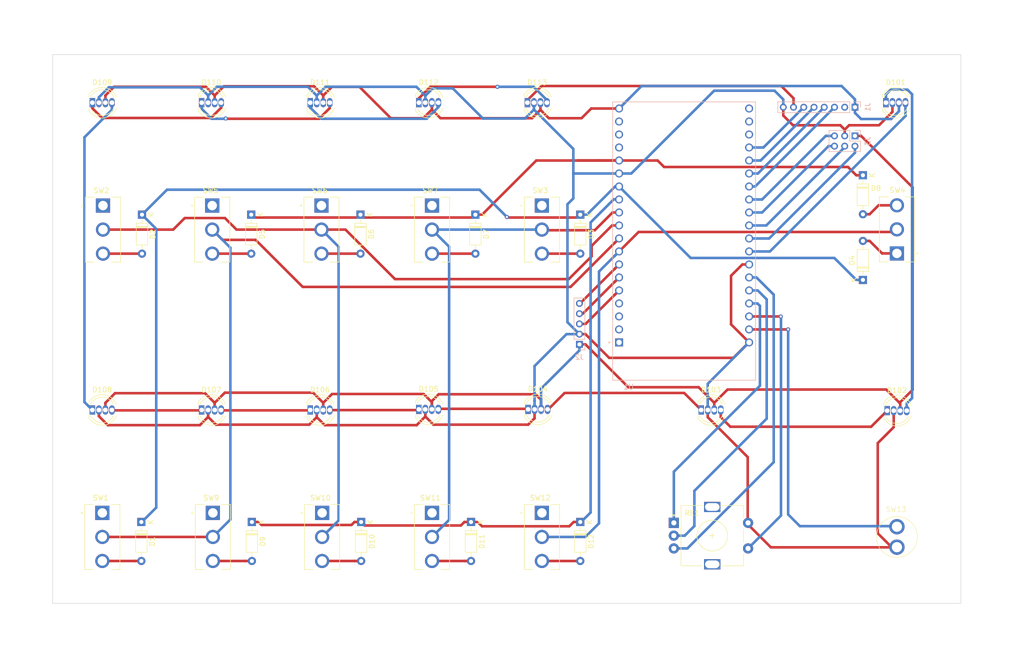
<source format=kicad_pcb>
(kicad_pcb (version 20221018) (generator pcbnew)
  (layers (0 "F.Cu" signal) (31 "B.Cu" signal) (34 "B.Paste" user) (35 "F.Paste" user) (36 "B.SilkS" user "B.Silkscreen") (37 "F.SilkS" user "F.Silkscreen") (38 "B.Mask" user) (39 "F.Mask" user) (44 "Edge.Cuts" user))
  (net 0 "")
  (net 1 "Net-(D3-A)")
  (net 2 "GND")
  (net 3 "VCC")
  (net 14 "/LED Master")
  (net 15 "/Col 0")
  (net 16 "/Col 1")
  (net 17 "/Col 2")
  (net 18 "/Col 3")
  (net 19 "/Display CLK")
  (net 20 "/Display_1 Data")
  (net 21 "/Display_2 Data")
  (net 22 "/TopLED")
  (net 23 "Net-(D101-DO)")
  (net 24 "Net-(D102-DO)")
  (net 25 "Net-(D103-DO)")
  (net 26 "Net-(D104-DO)")
  (net 27 "Net-(D105-DO)")
  (net 28 "Net-(D106-DO)")
  (net 29 "Net-(D107-DO)")
  (net 30 "Net-(D108-DO)")
  (net 31 "Net-(D109-DO)")
  (net 32 "Net-(D110-DO)")
  (net 33 "Net-(D111-DO)")
  (net 34 "Net-(D112-DO)")
  (net 35 "/LED Data")
  (net 36 "/Rotary1 A")
  (net 37 "/Rotary1 B")
  (net 38 "/Rotary1 C")
  (net 39 "/Rotary1 SW")
  (net 40 "/Row 0")
  (net 41 "/Row 1")
  (net 42 "/Row 2")
  (net 52 "/Call Button")
  (net 53 "Net-(D4-A)")
  (net 55 "Net-(D8-A)")
  (net 56 "Net-(D1-A)")
  (net 57 "Net-(D2-A)")
  (net 58 "Net-(D5-A)")
  (net 59 "Net-(D6-A)")
  (net 60 "Net-(D7-A)")
  (net 61 "Net-(D9-A)")
  (net 62 "Net-(D10-A)")
  (net 63 "Net-(D11-A)")
  (net 64 "Net-(D12-A)")
  (net 66 "Net-(J3-Pin_5)")
  (net 67 "Net-(J3-Pin_6)")
  (net 68 "Net-(J2-Pin_3)")
  (net 69 "Net-(J2-Pin_4)")
  (net 70 "Net-(J2-Pin_5)")
  (net 71 "Net-(J3-Pin_4)")
  (net 72 "Net-(J3-Pin_2)")
  (footprint "LED_THT:LED_D5.0mm-4_RGB" (layer "F.Cu") (at 212.1795 49.9419)
    (fp_text reference "D101")
    (fp_text value "APA-106-F5")
  )
  (footprint "Diode_THT:D_DO-35_SOD27_P7.62mm_Horizontal" (layer "F.Cu") (at 66.753 131.905 -90)
    (fp_text reference "D1")
    (fp_text value "1N4148")
  )
  (footprint "Rotary_Encoder:RotaryEncoder_Alps_EC11E-Switch_Vertical_H20mm" (layer "F.Cu") (at 170.755 132.072)
    (fp_text reference "RE1")
    (fp_text value "RotaryEncoder_Switch")
  )
  (footprint "LED_THT:LED_D5.0mm-4_RGB" (layer "F.Cu") (at 78.5315 49.9419)
    (fp_text reference "D110")
    (fp_text value "APA-106-F5")
  )
  (footprint "LED_THT:LED_D5.0mm-4_RGB" (layer "F.Cu") (at 57.1955 49.9419)
    (fp_text reference "D109")
    (fp_text value "APA-106-F5")
  )
  (footprint "stephenhouser:SW_TOGGLE_100SP1T1B4M2QE" (layer "F.Cu") (at 214.327 74.7069 180)
    (fp_text reference "SW4")
    (fp_text value "SW_SPDT" hide)
  )
  (footprint "Diode_THT:D_DO-35_SOD27_P7.62mm_Horizontal" (layer "F.Cu") (at 152.478 131.905 -90)
    (fp_text reference "D12")
    (fp_text value "1N4148")
  )
  (footprint "stephenhouser:SW_TOGGLE_100SP1T1B4M2QE" (layer "F.Cu") (at 144.985 134.826)
    (fp_text reference "SW12")
    (fp_text value "SW_SPDT" hide)
  )
  (footprint "stephenhouser:SW_TOGGLE_100SP1T1B4M2QE" (layer "F.Cu") (at 101.932 74.755)
    (fp_text reference "SW6")
    (fp_text value "SW_SPDT" hide)
  )
  (footprint "stephenhouser:SW_TOGGLE_100SP1T1B4M2QE" (layer "F.Cu") (at 59.26 74.755)
    (fp_text reference "SW2")
    (fp_text value "SW_SPDT" hide)
  )
  (footprint "Diode_THT:D_DO-35_SOD27_P7.62mm_Horizontal" (layer "F.Cu") (at 109.552 71.835 -90)
    (fp_text reference "D6")
    (fp_text value "1N4148")
  )
  (footprint "Diode_THT:D_DO-35_SOD27_P7.62mm_Horizontal" (layer "F.Cu") (at 152.478 71.835 -90)
    (fp_text reference "D3")
    (fp_text value "1N4148")
  )
  (footprint "Diode_THT:D_DO-35_SOD27_P7.62mm_Horizontal" (layer "F.Cu") (at 88.216 71.835 -90)
    (fp_text reference "D5")
    (fp_text value "1N4148")
  )
  (footprint "stephenhouser:SW_TOGGLE_100SP1T1B4M2QE" (layer "F.Cu") (at 102.059 134.826)
    (fp_text reference "SW10")
    (fp_text value "SW_SPDT" hide)
  )
  (footprint "stephenhouser:SW_Pushbutton" (layer "F.Cu") (at 214.327 134.826)
    (fp_text reference "SW13")
    (fp_text value "SW_Push")
  )
  (footprint "stephenhouser:SW_TOGGLE_100SP1T1B4M2QE" (layer "F.Cu") (at 123.522 134.826)
    (fp_text reference "SW11")
    (fp_text value "SW_SPDT" hide)
  )
  (footprint "stephenhouser:SW_TOGGLE_100SP1T1B4M2QE" (layer "F.Cu") (at 123.522 74.755)
    (fp_text reference "SW7")
    (fp_text value "SW_SPDT" hide)
  )
  (footprint "LED_THT:LED_D5.0mm-4_RGB" (layer "F.Cu") (at 78.5265 110.0129)
    (fp_text reference "D107")
    (fp_text value "APA-106-F5")
  )
  (footprint "LED_THT:LED_D5.0mm-4_RGB" (layer "F.Cu") (at 120.9495 49.9419)
    (fp_text reference "D112")
    (fp_text value "APA-106-F5")
  )
  (footprint "Diode_THT:D_DO-35_SOD27_P7.62mm_Horizontal" (layer "F.Cu") (at 131.142 131.905 -90)
    (fp_text reference "D11")
    (fp_text value "1N4148")
  )
  (footprint "Diode_THT:D_DO-35_SOD27_P7.62mm_Horizontal" (layer "F.Cu") (at 66.88 71.835 -90)
    (fp_text reference "D2")
    (fp_text value "1N4148")
  )
  (footprint "LED_THT:LED_D5.0mm-4_RGB" (layer "F.Cu") (at 142.1585 49.9419)
    (fp_text reference "D113")
    (fp_text value "APA-106-F5")
  )
  (footprint "LED_THT:LED_D5.0mm-4_RGB" (layer "F.Cu") (at 176.105 110.0129)
    (fp_text reference "D103")
    (fp_text value "APA-106-F5")
  )
  (footprint "Diode_THT:D_DO-35_SOD27_P7.62mm_Horizontal" (layer "F.Cu") (at 207.6855 64.135 -90)
    (fp_text reference "D8")
    (fp_text value "1N4148")
  )
  (footprint "LED_THT:LED_D5.0mm-4_RGB" (layer "F.Cu") (at 212.427 110.1399)
    (fp_text reference "D102")
    (fp_text value "APA-106-F5")
  )
  (footprint "LED_THT:LED_D5.0mm-4_RGB" (layer "F.Cu") (at 99.7405 49.9419)
    (fp_text reference "D111")
    (fp_text value "APA-106-F5")
  )
  (footprint "Diode_THT:D_DO-35_SOD27_P7.62mm_Horizontal" (layer "F.Cu") (at 131.995 71.835 -90)
    (fp_text reference "D7")
    (fp_text value "1N4148")
  )
  (footprint "stephenhouser:SW_TOGGLE_100SP1T1B4M2QE" (layer "F.Cu") (at 80.596 74.755)
    (fp_text reference "SW5")
    (fp_text value "SW_SPDT" hide)
  )
  (footprint "Diode_THT:D_DO-35_SOD27_P7.62mm_Horizontal" (layer "F.Cu") (at 207.6855 84.582 90)
    (fp_text reference "D4")
    (fp_text value "1N4148")
  )
  (footprint "LED_THT:LED_D5.0mm-4_RGB" (layer "F.Cu") (at 142.2805 109.8859)
    (fp_text reference "D104")
    (fp_text value "APA-106-F5")
  )
  (footprint "Diode_THT:D_DO-35_SOD27_P7.62mm_Horizontal" (layer "F.Cu") (at 88.343 131.905 -90)
    (fp_text reference "D9")
    (fp_text value "1N4148")
  )
  (footprint "stephenhouser:SW_TOGGLE_100SP1T1B4M2QE" (layer "F.Cu") (at 80.723 134.826)
    (fp_text reference "SW9")
    (fp_text value "SW_SPDT" hide)
  )
  (footprint "stephenhouser:SW_TOGGLE_100SP1T1B4M2QE" (layer "F.Cu") (at 59.133 134.826)
    (fp_text reference "SW1")
    (fp_text value "SW_SPDT" hide)
  )
  (footprint "LED_THT:LED_D5.0mm-4_RGB" (layer "F.Cu") (at 120.9445 109.8859)
    (fp_text reference "D105")
    (fp_text value "APA-106-F5")
  )
  (footprint "stephenhouser:SW_TOGGLE_100SP1T1B4M2QE" (layer "F.Cu") (at 144.985 74.755)
    (fp_text reference "SW3")
    (fp_text value "SW_SPDT" hide)
  )
  (footprint "Diode_THT:D_DO-35_SOD27_P7.62mm_Horizontal" (layer "F.Cu") (at 109.679 131.905 -90)
    (fp_text reference "D10")
    (fp_text value "1N4148")
  )
  (footprint "LED_THT:LED_D5.0mm-4_RGB" (layer "F.Cu") (at 99.7355 110.0129)
    (fp_text reference "D106")
    (fp_text value "APA-106-F5")
  )
  (footprint "LED_THT:LED_D5.0mm-4_RGB" (layer "F.Cu") (at 57.1905 110.0129)
    (fp_text reference "D108")
    (fp_text value "APA-106-F5")
  )
  (footprint "Connector_PinSocket_2.00mm:PinSocket_2x03_P2.00mm_Vertical" (layer "B.Cu") (at 206.1285 56.4388 90)
    (fp_text reference "J3")
    (fp_text value "Conn_01x06_Socket")
  )
  (footprint "stephenhouser:MCU_ESP32-Devkit-C-32D" (layer "B.Cu") (at 172.7605 77.0449)
    (fp_text reference "U1")
    (fp_text value "MCU_ESP32-Devkit-C-32D")
  )
  (footprint "Connector_PinSocket_2.00mm:PinSocket_1x05_P2.00mm_Vertical" (layer "B.Cu") (at 152.3135 97.186)
    (fp_text reference "J2")
    (fp_text value "Conn_01x05_Socket")
  )
  (footprint "Connector_PinSocket_2.00mm:PinSocket_1x08_P2.00mm_Vertical" (layer "B.Cu") (at 206.1285 50.8309 90)
    (fp_text reference "J1")
    (fp_text value "Conn_01x08_Socket")
  )
  (gr_rect (start 49.43 40.541) (end 226.824 147.808) (stroke (width 0.1)) (fill none) (layer "Edge.Cuts"))
  (segment (start 152.478 79.455) (end 144.985 79.455) (width 0.5) (layer "F.Cu") (net 1))
  (segment (start 185.628 131.698) (end 185.255 132.072) (width 0.5) (layer "F.Cu") (net 2))
  (segment (start 102.572 112.979) (end 101.006 111.413) (width 0.5) (layer "F.Cu") (net 2))
  (segment (start 122.2145 110.9355) (end 122.2145 109.8859) (width 0.5) (layer "F.Cu") (net 2))
  (segment (start 213.697 110.1399) (end 213.697 113.368474) (width 0.5) (layer "F.Cu") (net 2))
  (segment (start 185.181 119.219) (end 185.181 131.251) (width 0.5) (layer "F.Cu") (net 2))
  (segment (start 204.987 54.356) (end 210.835074 54.356) (width 0.5) (layer "F.Cu") (net 2))
  (segment (start 213.4495 50.7226) (end 213.45 50.7231) (width 0.5) (layer "F.Cu") (net 2))
  (segment (start 204.1285 55.2145) (end 204.987 54.356) (width 0.5) (layer "F.Cu") (net 2))
  (segment (start 122.214 111.286) (end 120.521 112.979) (width 0.5) (layer "F.Cu") (net 2))
  (segment (start 185.404174 96.8049) (end 182.387074 99.822) (width 0.5) (layer "F.Cu") (net 2))
  (segment (start 79.7965 110.013) (end 79.7965 111.363) (width 0.5) (layer "F.Cu") (net 2))
  (segment (start 142.305474 112.878) (end 123.806 112.878) (width 0.5) (layer "F.Cu") (net 2))
  (segment (start 213.295074 136.826) (end 214.327 136.826) (width 0.5) (layer "F.Cu") (net 2))
  (segment (start 192.1285 52.464226) (end 194.020274 54.356) (width 0.5) (layer "F.Cu") (net 2))
  (segment (start 214.327 136.826) (end 214.2978 136.8552) (width 0.5) (layer "F.Cu") (net 2))
  (segment (start 181.93 93.2743) (end 184.191 95.535) (width 0.5) (layer "F.Cu") (net 2))
  (segment (start 99.5408 112.878) (end 81.3108 112.878) (width 0.5) (layer "F.Cu") (net 2))
  (segment (start 213.697 113.368474) (end 210.581074 116.4844) (width 0.5) (layer "F.Cu") (net 2))
  (segment (start 181.93 83.769074) (end 181.93 93.2743) (width 0.5) (layer "F.Cu") (net 2))
  (segment (start 210.835074 54.356) (end 213.45 51.741074) (width 0.5) (layer "F.Cu") (net 2))
  (segment (start 123.806 112.878) (end 122.214 111.286) (width 0.5) (layer "F.Cu") (net 2))
  (segment (start 194.020274 54.356) (end 203.27 54.356) (width 0.5) (layer "F.Cu") (net 2))
  (segment (start 101.0059 110.0129) (end 101.006 110.013) (width 0.5) (layer "F.Cu") (net 2))
  (segment (start 210.581074 116.4844) (end 210.581074 134.112) (width 0.5) (layer "F.Cu") (net 2))
  (segment (start 214.2978 136.8552) (end 189.702274 136.8552) (width 0.5) (layer "F.Cu") (net 2))
  (segment (start 213.45 51.741074) (end 213.45 50.7231) (width 0.5) (layer "F.Cu") (net 2))
  (segment (start 143.5505 109.8859) (end 143.5501 109.8859) (width 0.5) (layer "F.Cu") (net 2))
  (segment (start 143.55 109.886) (end 143.55 111.633474) (width 0.5) (layer "F.Cu") (net 2))
  (segment (start 58.4605 110.013) (end 58.4605 111.227) (width 0.5) (layer "F.Cu") (net 2))
  (segment (start 177.375 110.0129) (end 177.375 110.013) (width 0.5) (layer "F.Cu") (net 2))
  (segment (start 203.27 54.356) (end 204.1285 55.2145) (width 0.5) (layer "F.Cu") (net 2))
  (segment (start 204.1285 56.4388) (end 204.1285 55.2145) (width 0.5) (layer "F.Cu") (net 2))
  (segment (start 120.521 112.979) (end 102.572 112.979) (width 0.5) (layer "F.Cu") (net 2))
  (segment (start 101.006 110.013) (end 101.006 111.413) (width 0.5) (layer "F.Cu") (net 2))
  (segment (start 122.214 110.936) (end 122.214 110.586) (width 0.5) (layer "F.Cu") (net 2))
  (segment (start 185.4605 81.5649) (end 184.134174 81.5649) (width 0.5) (layer "F.Cu") (net 2))
  (segment (start 185.4605 96.8049) (end 185.404174 96.8049) (width 0.5) (layer "F.Cu") (net 2))
  (segment (start 213.45 50.7231) (end 213.45 50.6419) (width 0.5) (layer "F.Cu") (net 2))
  (segment (start 122.214 110.936) (end 122.2145 110.9355) (width 0.5) (layer "F.Cu") (net 2))
  (segment (start 184.191 95.535) (end 185.46 96.8049) (width 0.5) (layer "F.Cu") (net 2))
  (segment (start 79.7965 110.013) (end 79.7965 110.0129) (width 0.5) (layer "F.Cu") (net 2))
  (segment (start 189.702274 136.8552) (end 185.628 132.780926) (width 0.5) (layer "F.Cu") (net 2))
  (segment (start 58.4605 111.227) (end 60.2131 112.979) (width 0.5) (layer "F.Cu") (net 2))
  (segment (start 153.488 95.186) (end 152.3135 95.186) (width 0.5) (layer "F.Cu") (net 2))
  (segment (start 177.375 111.413) (end 185.181 119.219) (width 0.5) (layer "F.Cu") (net 2))
  (segment (start 81.3108 112.878) (end 79.7965 111.363) (width 0.5) (layer "F.Cu") (net 2))
  (segment (start 78.1806 112.979) (end 79.7965 111.363) (width 0.5) (layer "F.Cu") (net 2))
  (segment (start 122.214 111.286) (end 122.214 110.936) (width 0.5) (layer "F.Cu") (net 2))
  (segment (start 143.5501 109.8859) (end 143.55 109.886) (width 0.5) (layer "F.Cu") (net 2))
  (segment (start 158.124 99.822) (end 153.488 95.186) (width 0.5) (layer "F.Cu") (net 2))
  (segment (start 60.2131 112.979) (end 78.1806 112.979) (width 0.5) (layer "F.Cu") (net 2))
  (segment (start 210.581074 134.112) (end 213.295074 136.826) (width 0.5) (layer "F.Cu") (net 2))
  (segment (start 185.46 96.8049) (end 185.4605 96.8049) (width 0.5) (layer "F.Cu") (net 2))
  (segment (start 177.375 110.013) (end 177.375 111.413) (width 0.5) (layer "F.Cu") (net 2))
  (segment (start 185.181 131.251) (end 185.628 131.698) (width 0.5) (layer "F.Cu") (net 2))
  (segment (start 101.006 111.413) (end 99.5408 112.878) (width 0.5) (layer "F.Cu") (net 2))
  (segment (start 101.0055 110.0129) (end 101.0059 110.0129) (width 0.5) (layer "F.Cu") (net 2))
  (segment (start 184.134174 81.5649) (end 181.93 83.769074) (width 0.5) (layer "F.Cu") (net 2))
  (segment (start 143.55 111.633474) (end 142.305474 112.878) (width 0.5) (layer "F.Cu") (net 2))
  (segment (start 182.387074 99.822) (end 158.124 99.822) (width 0.5) (layer "F.Cu") (net 2))
  (segment (start 192.1285 50.8309) (end 192.1285 52.464226) (width 0.5) (layer "F.Cu") (net 2))
  (segment (start 81.5058 46.8376) (end 79.8015 48.5419) (width 0.5) (layer "B.Cu") (net 2))
  (segment (start 143.55 101.422) (end 149.787 95.186) (width 0.5) (layer "B.Cu") (net 2))
  (segment (start 78.1988 46.9392) (end 79.8015 48.5419) (width 0.5) (layer "B.Cu") (net 2))
  (segment (start 149.787 95.186) (end 152.3135 95.186) (width 0.5) (layer "B.Cu") (net 2))
  (segment (start 60.4163 46.9392) (end 78.1988 46.9392) (width 0.5) (layer "B.Cu") (net 2))
  (segment (start 177.375 104.8904) (end 177.375 110.0129) (width 0.5) (layer "B.Cu") (net 2))
  (segment (start 192.1285 49.314626) (end 190.413474 47.5996) (width 0.5) (layer "B.Cu") (net 2))
  (segment (start 79.8015 49.9419) (end 79.8015 48.5419) (width 0.5) (layer "B.Cu") (net 2))
  (segment (start 143.428 51.2923) (end 143.428 50.1862) (width 0.5) (layer "B.Cu") (net 2))
  (segment (start 143.4285 49.9419) (end 143.428 49.9424) (width 0.5) (layer "B.Cu") (net 2))
  (segment (start 149.976674 92.848674) (end 149.976674 69.7992) (width 0.5) (layer "B.Cu") (net 2))
  (segment (start 101.01 48.5667) (end 102.74 46.8376) (width 0.5) (layer "B.Cu") (net 2))
  (segment (start 178.627874 47.5996) (end 162.442574 63.7849) (width 0.5) (layer "B.Cu") (net 2))
  (segment (start 120.466 46.8376) (end 122.22 48.5915) (width 0.5) (layer "B.Cu") (net 2))
  (segment (start 99.2814 46.8376) (end 81.5058 46.8376) (width 0.5) (layer "B.Cu") (net 2))
  (segment (start 127.574 47.1424) (end 123.669 47.1424) (width 0.5) (layer "B.Cu") (net 2))
  (segment (start 101.0105 49.9419) (end 101.01 49.9419) (width 0.5) (layer "B.Cu") (net 2))
  (segment (start 152.314 95.186) (end 149.976674 92.848674) (width 0.5) (layer "B.Cu") (net 2))
  (segment (start 143.5505 108.230374) (end 143.5505 109.8859) (width 0.5) (layer "B.Cu") (net 2))
  (segment (start 101.01 48.5667) (end 99.2814 46.8376) (width 0.5) (layer "B.Cu") (net 2))
  (segment (start 143.428 49.9424) (end 143.428 50.1862) (width 0.5) (layer "B.Cu") (net 2))
  (segment (start 133.467 53.0352) (end 127.574 47.1424) (width 0.5) (layer "B.Cu") (net 2))
  (segment (start 123.669 47.1424) (end 122.22 48.5915) (width 0.5) (layer "B.Cu") (net 2))
  (segment (start 162.442574 63.7849) (end 160.0605 63.7849) (width 0.5) (layer "B.Cu") (net 2))
  (segment (start 190.413474 47.5996) (end 178.627874 47.5996) (width 0.5) (layer "B.Cu") (net 2))
  (segment (start 143.55 101.422) (end 143.55 108.229874) (width 0.5) (layer "B.Cu") (net 2))
  (segment (start 160.06 63.7849) (end 151.126 63.7849) (width 0.5) (layer "B.Cu") (net 2))
  (segment (start 141.686 53.0352) (end 133.467 53.0352) (width 0.5) (layer "B.Cu") (net 2))
  (segment (start 102.74 46.8376) (end 120.466 46.8376) (width 0.5) (layer "B.Cu") (net 2))
  (segment (start 192.1285 50.8309) (end 192.1285 49.314626) (width 0.5) (layer "B.Cu") (net 2))
  (segment (start 149.976674 69.7992) (end 151.126 68.649874) (width 0.5) (layer "B.Cu") (net 2))
  (segment (start 122.2195 49.9419) (end 122.22 49.9419) (width 0.5) (layer "B.Cu") (net 2))
  (segment (start 143.428 51.2923) (end 141.686 53.0352) (width 0.5) (layer "B.Cu") (net 2))
  (segment (start 101.01 49.9419) (end 101.01 48.5667) (width 0.5) (layer "B.Cu") (net 2))
  (segment (start 58.4655 49.9419) (end 58.4655 48.89) (width 0.5) (layer "B.Cu") (net 2))
  (segment (start 152.3135 95.186) (end 152.314 95.186) (width 0.5) (layer "B.Cu") (net 2))
  (segment (start 122.22 49.9419) (end 122.22 48.5915) (width 0.5) (layer "B.Cu") (net 2))
  (segment (start 143.428 51.2923) (end 151.126 58.9903) (width 0.5) (layer "B.Cu") (net 2))
  (segment (start 143.55 108.229874) (end 143.5505 108.230374) (width 0.5) (layer "B.Cu") (net 2))
  (segment (start 151.126 58.9903) (end 151.126 63.7849) (width 0.5) (layer "B.Cu") (net 2))
  (segment (start 185.4605 96.8049) (end 177.375 104.8904) (width 0.5) (layer "B.Cu") (net 2))
  (segment (start 58.4655 48.89) (end 60.4163 46.9392) (width 0.5) (layer "B.Cu") (net 2))
  (segment (start 151.126 68.649874) (end 151.126 63.7849) (width 0.5) (layer "B.Cu") (net 2))
  (segment (start 79.1844 106.731) (end 81.0665 108.613) (width 0.5) (layer "F.Cu") (net 3))
  (segment (start 102.276 110.013) (end 102.276 109.6635) (width 0.5) (layer "F.Cu") (net 3))
  (segment (start 123.484 109.398) (end 123.484 109.52) (width 0.5) (layer "F.Cu") (net 3))
  (segment (start 217.388274 106.064726) (end 214.84 108.613) (width 0.5) (layer "F.Cu") (net 3))
  (segment (start 102.276 109.313) (end 102.276 109.314) (width 0.5) (layer "F.Cu") (net 3))
  (segment (start 144.82 109.528) (end 144.82 108.025726) (width 0.5) (layer "F.Cu") (net 3))
  (segment (start 102.276 109.314) (end 102.276 109.6635) (width 0.5) (layer "F.Cu") (net 3))
  (segment (start 123.49 50.9547) (end 123.4895 50.9542) (width 0.5) (layer "F.Cu") (net 3))
  (segment (start 82.8774 46.736) (end 81.0715 48.5419) (width 0.5) (layer "F.Cu") (net 3))
  (segment (start 103.985 46.8376) (end 102.28 48.5419) (width 0.5) (layer "F.Cu") (net 3))
  (segment (start 181.238 106.02) (end 178.645 108.613) (width 0.5) (layer "F.Cu") (net 3))
  (segment (start 160.06 51.0849) (end 154.619 51.0849) (width 0.5) (layer "F.Cu") (net 3))
  (segment (start 61.6126 106.731) (end 79.1844 106.731) (width 0.5) (layer "F.Cu") (net 3))
  (segment (start 152.72 52.9844) (end 146.341 52.9844) (width 0.5) (layer "F.Cu") (net 3))
  (segment (start 154.619 51.0849) (end 152.72 52.9844) (width 0.5) (layer "F.Cu") (net 3))
  (segment (start 143.728274 106.934) (end 124.831 106.934) (width 0.5) (layer "F.Cu") (net 3))
  (segment (start 61.4323 46.8376) (end 79.3672 46.8376) (width 0.5) (layer "F.Cu") (net 3))
  (segment (start 121.884 106.883) (end 123.484 108.483) (width 0.5) (layer "F.Cu") (net 3))
  (segment (start 144.6985 49.9419) (end 144.6985 50.6414) (width 0.5) (layer "F.Cu") (net 3))
  (segment (start 102.276 109.314) (end 102.276 109.313) (width 0.5) (layer "F.Cu") (net 3))
  (segment (start 100.475 46.736) (end 82.8774 46.736) (width 0.5) (layer "F.Cu") (net 3))
  (segment (start 81.0715 49.9419) (end 81.0715 48.5419) (width 0.5) (layer "F.Cu") (net 3))
  (segment (start 79.3672 46.8376) (end 81.0715 48.5419) (width 0.5) (layer "F.Cu") (net 3))
  (segment (start 124.831 106.934) (end 123.484 108.28) (width 0.5) (layer "F.Cu") (net 3))
  (segment (start 212.247 106.02) (end 181.238 106.02) (width 0.5) (layer "F.Cu") (net 3))
  (segment (start 123.49 50.9547) (end 123.49 50.6171) (width 0.5) (layer "F.Cu") (net 3))
  (segment (start 123.484 108.483) (end 123.484 109.398) (width 0.5) (layer "F.Cu") (net 3))
  (segment (start 214.84 108.613) (end 212.247 106.02) (width 0.5) (layer "F.Cu") (net 3))
  (segment (start 160.06 51.0849) (end 160.0605 51.0849) (width 0.5) (layer "F.Cu") (net 3))
  (segment (start 100.292 106.629) (end 83.0502 106.629) (width 0.5) (layer "F.Cu") (net 3))
  (segment (start 123.484 109.52) (end 123.4845 109.5205) (width 0.5) (layer "F.Cu") (net 3))
  (segment (start 102.276 109.313) (end 102.276 108.613) (width 0.5) (layer "F.Cu") (net 3))
  (segment (start 121.797 52.9844) (end 115.483 52.9844) (width 0.5) (layer "F.Cu") (net 3))
  (segment (start 125.182 52.9844) (end 143.056 52.9844) (width 0.5) (layer "F.Cu") (net 3))
  (segment (start 102.276 108.613) (end 104.005 106.883) (width 0.5) (layer "F.Cu") (net 3))
  (segment (start 102.276 109.6635) (end 102.276 109.314) (width 0.5) (layer "F.Cu") (net 3))
  (segment (start 83.0502 106.629) (end 81.0665 108.613) (width 0.5) (layer "F.Cu") (net 3))
  (segment (start 123.484 108.28) (end 123.484 108.483) (width 0.5) (layer "F.Cu") (net 3))
  (segment (start 144.6985 50.6414) (end 144.698 50.6419) (width 0.5) (layer "F.Cu") (net 3))
  (segment (start 123.4845 109.5205) (end 123.4845 109.8859) (width 0.5) (layer "F.Cu") (net 3))
  (segment (start 143.056 52.9844) (end 144.698 51.3419) (width 0.5) (layer "F.Cu") (net 3))
  (segment (start 102.28 48.5419) (end 102.28 49.2419) (width 0.5) (layer "F.Cu") (net 3))
  (segment (start 178.645 110.0129) (end 178.645 108.613) (width 0.5) (layer "F.Cu") (net 3))
  (segment (start 115.483 52.9844) (end 109.337 46.8376) (width 0.5) (layer "F.Cu") (net 3))
  (segment (start 123.484 109.52) (end 123.484 109.642) (width 0.5) (layer "F.Cu") (net 3))
  (segment (start 207.292274 56.4388) (end 207.311074 56.42) (width 0.5) (layer "F.Cu") (net 3))
  (segment (start 102.2805 49.9419) (end 102.28 49.9414) (width 0.5) (layer "F.Cu") (net 3))
  (segment (start 144.82 108.025726) (end 143.728274 106.934) (width 0.5) (layer "F.Cu") (net 3))
  (segment (start 144.698 51.3419) (end 144.698 50.6419) (width 0.5) (layer "F.Cu") (net 3))
  (segment (start 59.7355 48.5344) (end 61.4323 46.8376) (width 0.5) (layer "F.Cu") (net 3))
  (segment (start 102.28 49.9414) (end 102.28 49.2419) (width 0.5) (layer "F.Cu") (net 3))
  (segment (start 123.49 51.2923) (end 125.182 52.9844) (width 0.5) (layer "F.Cu") (net 3))
  (segment (start 59.7305 108.613) (end 61.6126 106.731) (width 0.5) (layer "F.Cu") (net 3))
  (segment (start 161.8644 105.5624) (end 175.5944 105.5624) (width 0.5) (layer "F.Cu") (net 3))
  (segment (start 102.276 108.613) (end 100.292 106.629) (width 0.5) (layer "F.Cu") (net 3))
  (segment (start 207.311074 56.42) (end 217.388274 66.4972) (width 0.5) (layer "F.Cu") (net 3))
  (segment (start 59.7355 49.9419) (end 59.7355 48.5344) (width 0.5) (layer "F.Cu") (net 3))
  (segment (start 175.5944 105.5624) (end 178.645 108.613) (width 0.5) (layer "F.Cu") (net 3))
  (segment (start 81.0665 110.0129) (end 81.0665 108.613) (width 0.5) (layer "F.Cu") (net 3))
  (segment (start 206.1285 56.4388) (end 207.292274 56.4388) (width 0.5) (layer "F.Cu") (net 3))
  (segment (start 104.005 106.883) (end 121.884 106.883) (width 0.5) (layer "F.Cu") (net 3))
  (segment (start 123.49 51.2923) (end 121.797 52.9844) (width 0.5) (layer "F.Cu") (net 3))
  (segment (start 146.341 52.9844) (end 144.698 51.3419) (width 0.5) (layer "F.Cu") (net 3))
  (segment (start 214.967 110.1399) (end 214.967 108.74) (width 0.5) (layer "F.Cu") (net 3))
  (segment (start 59.7305 110.0129) (end 59.7305 108.613) (width 0.5) (layer "F.Cu") (net 3))
  (segment (start 102.56 109.728) (end 102.276 110.013) (width 0.5) (layer "F.Cu") (net 3))
  (segment (start 102.28 48.5419) (end 100.475 46.736) (width 0.5) (layer "F.Cu") (net 3))
  (segment (start 102.276 109.6635) (end 102.276 110.013) (width 0.5) (layer "F.Cu") (net 3))
  (segment (start 102.2755 109.664) (end 102.2755 110.0129) (width 0.5) (layer "F.Cu") (net 3))
  (segment (start 123.4895 50.9542) (end 123.4895 49.9419) (width 0.5) (layer "F.Cu") (net 3))
  (segment (start 152.3135 97.186) (end 153.488 97.186) (width 0.5) (layer "F.Cu") (net 3))
  (segment (start 102.276 109.6635) (end 102.2755 109.664) (width 0.5) (layer "F.Cu") (net 3))
  (segment (start 153.488 97.186) (end 161.8644 105.5624) (width 0.5) (layer "F.Cu") (net 3))
  (segment (start 217.388274 66.4972) (end 217.388274 106.064726) (width 0.5) (layer "F.Cu") (net 3))
  (segment (start 123.49 51.2923) (end 123.49 50.9547) (width 0.5) (layer "F.Cu") (net 3))
  (segment (start 123.484 108.483) (end 123.484 109.398) (width 0.5) (layer "F.Cu") (net 3))
  (segment (start 109.337 46.8376) (end 103.985 46.8376) (width 0.5) (layer "F.Cu") (net 3))
  (segment (start 203.519874 46.6852) (end 164.4596 46.6852) (width 0.5) (layer "B.Cu") (net 3))
  (segment (start 160.06 51.0849) (end 161.989 49.1558) (width 0.5) (layer "B.Cu") (net 3))
  (segment (start 152.3135 97.186) (end 152.314 97.1865) (width 0.5) (layer "B.Cu") (net 3))
  (segment (start 161.989 49.1558) (end 160.06 51.0847) (width 0.5) (layer "B.Cu") (net 3))
  (segment (start 160.0605 51.0849) (end 160.06 51.0849) (width 0.5) (layer "B.Cu") (net 3))
  (segment (start 144.82 105.854) (end 152.314 98.361) (width 0.5) (layer "B.Cu") (net 3))
  (segment (start 144.82 109.3859) (end 144.82 107.934) (width 0.5) (layer "B.Cu") (net 3))
  (segment (start 160.06 51.0847) (end 160.06 51.0849) (width 0.5) (layer "B.Cu") (net 3))
  (segment (start 152.314 97.1865) (end 152.314 97.7735) (width 0.5) (layer "B.Cu") (net 3))
  (segment (start 144.82 107.934) (end 144.82 109.3859) (width 0.5) (layer "B.Cu") (net 3))
  (segment (start 214.72 51.6219) (end 213.2051 53.1368) (width 0.5) (layer "B.Cu") (net 3))
  (segment (start 144.82 109.3859) (end 144.8205 109.3864) (width 0.5) (layer "B.Cu") (net 3))
  (segment (start 206.128 50.8309) (end 206.128 49.293326) (width 0.5) (layer "B.Cu") (net 3))
  (segment (start 207.329874 53.1368) (end 206.128 51.934926) (width 0.5) (layer "B.Cu") (net 3))
  (segment (start 164.4596 46.6852) (end 161.989 49.1558) (width 0.5) (layer "B.Cu") (net 3))
  (segment (start 144.82 107.934) (end 144.82 105.854) (width 0.5) (layer "B.Cu") (net 3))
  (segment (start 152.314 98.361) (end 152.314 97.7735) (width 0.5) (layer "B.Cu") (net 3))
  (segment (start 213.2051 53.1368) (end 207.329874 53.1368) (width 0.5) (layer "B.Cu") (net 3))
  (segment (start 214.7195 50.7814) (end 214.72 50.7819) (width 0.5) (layer "B.Cu") (net 3))
  (segment (start 206.128 49.293326) (end 203.519874 46.6852) (width 0.5) (layer "B.Cu") (net 3))
  (segment (start 214.72 50.7819) (end 214.72 51.6219) (width 0.5) (layer "B.Cu") (net 3))
  (segment (start 206.128 51.934926) (end 206.128 50.8309) (width 0.5) (layer "B.Cu") (net 3))
  (segment (start 189.519 79.0249) (end 215.99 52.5544) (width 0.5) (layer "B.Cu") (net 14))
  (segment (start 215.9895 52.5539) (end 215.9895 49.9419) (width 0.5) (layer "B.Cu") (net 14))
  (segment (start 185.4605 79.0249) (end 189.519 79.0249) (width 0.5) (layer "B.Cu") (net 14))
  (segment (start 215.99 52.5544) (end 215.9895 52.5539) (width 0.5) (layer "B.Cu") (net 14))
  (segment (start 150.592 85.9536) (end 159.23 77.3148) (width 0.5) (layer "F.Cu") (net 15))
  (segment (start 89.0675 76.7588) (end 98.2623 85.9536) (width 0.5) (layer "F.Cu") (net 15))
  (segment (start 80.723 134.826) (end 59.133 134.826) (width 0.5) (layer "F.Cu") (net 15))
  (segment (start 159.231 77.3148) (end 160.06 76.4849) (width 0.5) (layer "F.Cu") (net 15))
  (segment (start 159.23 77.3148) (end 159.231 77.3148) (width 0.5) (layer "F.Cu") (net 15))
  (segment (start 82.5998 76.7588) (end 89.0675 76.7588) (width 0.5) (layer "F.Cu") (net 15))
  (segment (start 160.06 76.4849) (end 159.23 77.3148) (width 0.5) (layer "F.Cu") (net 15))
  (segment (start 80.596 74.755) (end 82.5998 76.7588) (width 0.5) (layer "F.Cu") (net 15))
  (segment (start 160.0605 76.4849) (end 160.06 76.4849) (width 0.5) (layer "F.Cu") (net 15))
  (segment (start 98.2623 85.9536) (end 150.592 85.9536) (width 0.5) (layer "F.Cu") (net 15))
  (segment (start 84.1399 131.409) (end 84.1399 78.2989) (width 0.5) (layer "B.Cu") (net 15))
  (segment (start 80.723 134.826) (end 84.1399 131.409) (width 0.5) (layer "B.Cu") (net 15))
  (segment (start 84.1399 78.2989) (end 80.596 74.755) (width 0.5) (layer "B.Cu") (net 15))
  (segment (start 85.3365 74.755) (end 101.932 74.755) (width 0.5) (layer "F.Cu") (net 16))
  (segment (start 83.0731 72.4916) (end 85.3365 74.755) (width 0.5) (layer "F.Cu") (net 16))
  (segment (start 116.294 84.4296) (end 106.62 74.755) (width 0.5) (layer "F.Cu") (net 16))
  (segment (start 150.231 84.4296) (end 116.294 84.4296) (width 0.5) (layer "F.Cu") (net 16))
  (segment (start 72.9681 74.755) (end 75.2315 72.4916) (width 0.5) (layer "F.Cu") (net 16))
  (segment (start 160.06 73.9449) (end 160.0605 73.9449) (width 0.5) (layer "F.Cu") (net 16))
  (segment (start 106.62 74.755) (end 101.932 74.755) (width 0.5) (layer "F.Cu") (net 16))
  (segment (start 158.683 73.9449) (end 154.701 77.9272) (width 0.5) (layer "F.Cu") (net 16))
  (segment (start 154.701 79.9592) (end 150.231 84.4296) (width 0.5) (layer "F.Cu") (net 16))
  (segment (start 59.26 74.755) (end 72.9681 74.755) (width 0.5) (layer "F.Cu") (net 16))
  (segment (start 160.06 73.9449) (end 158.683 73.9449) (width 0.5) (layer "F.Cu") (net 16))
  (segment (start 154.701 77.9272) (end 154.701 79.9592) (width 0.5) (layer "F.Cu") (net 16))
  (segment (start 75.2315 72.4916) (end 83.0731 72.4916) (width 0.5) (layer "F.Cu") (net 16))
  (segment (start 102.059 134.826) (end 105.273 131.612) (width 0.5) (layer "B.Cu") (net 16))
  (segment (start 105.273 78.0957) (end 101.932 74.755) (width 0.5) (layer "B.Cu") (net 16))
  (segment (start 105.273 131.612) (end 105.273 78.0957) (width 0.5) (layer "B.Cu") (net 16))
  (segment (start 160.06 71.4049) (end 158.785 71.4049) (width 0.5) (layer "F.Cu") (net 17))
  (segment (start 145.109 74.8792) (end 144.985 74.755) (width 0.5) (layer "F.Cu") (net 17))
  (segment (start 160.06 71.4049) (end 160.0605 71.4049) (width 0.5) (layer "F.Cu") (net 17))
  (segment (start 155.311 74.8792) (end 145.109 74.8792) (width 0.5) (layer "F.Cu") (net 17))
  (segment (start 158.785 71.4049) (end 155.311 74.8792) (width 0.5) (layer "F.Cu") (net 17))
  (segment (start 125.758 76.991) (end 126.863 78.0957) (width 0.5) (layer "B.Cu") (net 17))
  (segment (start 126.863 78.0957) (end 126.863 131.485) (width 0.5) (layer "B.Cu") (net 17))
  (segment (start 123.522 74.755) (end 125.758 76.991) (width 0.5) (layer "B.Cu") (net 17))
  (segment (start 144.985 74.755) (end 123.522 74.755) (width 0.5) (layer "B.Cu") (net 17))
  (segment (start 126.863 131.485) (end 123.522 134.826) (width 0.5) (layer "B.Cu") (net 17))
  (segment (start 213.819 75.2149) (end 163.87 75.2149) (width 0.5) (layer "F.Cu") (net 18))
  (segment (start 214.327 74.7069) (end 213.819 75.2149) (width 0.5) (layer "F.Cu") (net 18))
  (segment (start 163.87 75.2149) (end 160.06 79.0244) (width 0.5) (layer "F.Cu") (net 18))
  (segment (start 160.06 79.0244) (end 160.0605 79.0249) (width 0.5) (layer "F.Cu") (net 18))
  (segment (start 153.479074 134.826) (end 156.142 132.163074) (width 0.5) (layer "B.Cu") (net 18))
  (segment (start 160.06 79.0249) (end 159.23 79.8548) (width 0.5) (layer "B.Cu") (net 18))
  (segment (start 159.231 79.8548) (end 160.06 79.0249) (width 0.5) (layer "B.Cu") (net 18))
  (segment (start 160.0605 79.0249) (end 160.06 79.0249) (width 0.5) (layer "B.Cu") (net 18))
  (segment (start 159.23 79.8548) (end 159.231 79.8548) (width 0.5) (layer "B.Cu") (net 18))
  (segment (start 144.985 134.826) (end 153.479074 134.826) (width 0.5) (layer "B.Cu") (net 18))
  (segment (start 156.142 82.9429) (end 159.23 79.8548) (width 0.5) (layer "B.Cu") (net 18))
  (segment (start 156.142 132.163074) (end 156.142 82.9429) (width 0.5) (layer "B.Cu") (net 18))
  (segment (start 185.4605 66.3249) (end 186.634 66.3249) (width 0.5) (layer "B.Cu") (net 19))
  (segment (start 202.1285 50.8309) (end 202.1282 50.8309) (width 0.5) (layer "B.Cu") (net 19))
  (segment (start 202.1282 50.8309) (end 201.516 51.4431) (width 0.5) (layer "B.Cu") (net 19))
  (segment (start 186.634 66.3249) (end 201.516 51.4431) (width 0.5) (layer "B.Cu") (net 19))
  (segment (start 187.174 63.7849) (end 199.516 51.4431) (width 0.5) (layer "B.Cu") (net 20))
  (segment (start 185.4605 63.7849) (end 187.174 63.7849) (width 0.5) (layer "B.Cu") (net 20))
  (segment (start 200.1285 50.8309) (end 200.1282 50.8309) (width 0.5) (layer "B.Cu") (net 20))
  (segment (start 200.1282 50.8309) (end 199.516 51.4431) (width 0.5) (layer "B.Cu") (net 20))
  (segment (start 187.714 61.2449) (end 197.516 51.4431) (width 0.5) (layer "B.Cu") (net 21))
  (segment (start 198.1285 50.8309) (end 198.1282 50.8309) (width 0.5) (layer "B.Cu") (net 21))
  (segment (start 185.4605 61.2449) (end 187.714 61.2449) (width 0.5) (layer "B.Cu") (net 21))
  (segment (start 198.1282 50.8309) (end 197.516 51.4431) (width 0.5) (layer "B.Cu") (net 21))
  (segment (start 196.1285 50.8309) (end 196.1282 50.8309) (width 0.5) (layer "B.Cu") (net 22))
  (segment (start 185.4605 58.7049) (end 188.254 58.7049) (width 0.5) (layer "B.Cu") (net 22))
  (segment (start 196.1282 50.8309) (end 195.516 51.4431) (width 0.5) (layer "B.Cu") (net 22))
  (segment (start 188.254 58.7049) (end 195.516 51.4431) (width 0.5) (layer "B.Cu") (net 22))
  (segment (start 217.286674 107.690326) (end 217.286674 48.310874) (width 0.5) (layer "B.Cu") (net 23))
  (segment (start 216.3722 47.3964) (end 213.121437 47.3964) (width 0.5) (layer "B.Cu") (net 23))
  (segment (start 216.237 108.74) (end 217.286674 107.690326) (width 0.5) (layer "B.Cu") (net 23))
  (segment (start 212.1795 48.338337) (end 212.1795 49.9419) (width 0.5) (layer "B.Cu") (net 23))
  (segment (start 216.237 110.1399) (end 216.237 108.74) (width 0.5) (layer "B.Cu") (net 23))
  (segment (start 217.286674 48.310874) (end 216.3722 47.3964) (width 0.5) (layer "B.Cu") (net 23))
  (segment (start 213.121437 47.3964) (end 212.1795 48.338337) (width 0.5) (layer "B.Cu") (net 23))
  (segment (start 179.915 111.413) (end 179.915 110.013) (width 0.5) (layer "F.Cu") (net 24))
  (segment (start 181.786 113.284) (end 179.915 111.413) (width 0.5) (layer "F.Cu") (net 24))
  (segment (start 209.283 113.284) (end 181.786 113.284) (width 0.5) (layer "F.Cu") (net 24))
  (segment (start 212.427 110.14) (end 209.283 113.284) (width 0.5) (layer "F.Cu") (net 24))
  (segment (start 149.423 106.68) (end 172.772 106.68) (width 0.5) (layer "F.Cu") (net 25))
  (segment (start 146.154 109.949) (end 149.423 106.68) (width 0.5) (layer "F.Cu") (net 25))
  (segment (start 172.772 106.68) (end 174.438 108.346) (width 0.5) (layer "F.Cu") (net 25))
  (segment (start 174.438 108.346) (end 176.105 110.013) (width 0.5) (layer "F.Cu") (net 25))
  (segment (start 124.862 109.779) (end 124.835 109.8055) (width 0.5) (layer "F.Cu") (net 26))
  (segment (start 124.835 109.8055) (end 124.808 109.832) (width 0.5) (layer "F.Cu") (net 26))
  (segment (start 124.8349 109.8055) (end 124.7545 109.8859) (width 0.5) (layer "F.Cu") (net 26))
  (segment (start 124.835 109.8055) (end 124.8349 109.8055) (width 0.5) (layer "F.Cu") (net 26))
  (segment (start 142.046 109.779) (end 124.862 109.779) (width 0.5) (layer "F.Cu") (net 26))
  (segment (start 120.798 110.033) (end 103.565 110.033) (width 0.5) (layer "F.Cu") (net 27))
  (segment (start 103.5605 110.028) (end 103.556 110.023) (width 0.5) (layer "F.Cu") (net 27))
  (segment (start 103.5455 110.013) (end 103.5455 110.0129) (width 0.5) (layer "F.Cu") (net 27))
  (segment (start 120.9445 109.8859) (end 120.871 109.9594) (width 0.5) (layer "F.Cu") (net 27))
  (segment (start 103.565 110.033) (end 103.5605 110.028) (width 0.5) (layer "F.Cu") (net 27))
  (segment (start 120.871 109.9594) (end 120.871 109.96) (width 0.5) (layer "F.Cu") (net 27))
  (segment (start 103.5605 110.028) (end 103.5455 110.013) (width 0.5) (layer "F.Cu") (net 27))
  (segment (start 120.871 109.96) (end 120.798 110.033) (width 0.5) (layer "F.Cu") (net 27))
  (segment (start 99.7355 110.013) (end 99.6648 110.084) (width 0.5) (layer "F.Cu") (net 28))
  (segment (start 99.6648 110.084) (end 82.4072 110.084) (width 0.5) (layer "F.Cu") (net 28))
  (segment (start 99.7355 110.013) (end 99.7355 110.0129) (width 0.5) (layer "F.Cu") (net 28))
  (segment (start 61.0712 110.084) (end 78.4558 110.084) (width 0.5) (layer "F.Cu") (net 29))
  (segment (start 56.4158 109.2382) (end 56.4158 109.238) (width 0.5) (layer "B.Cu") (net 30))
  (segment (start 61.0055 49.9419) (end 61.0055 51.3419) (width 0.5) (layer "B.Cu") (net 30))
  (segment (start 61.0055 51.3419) (end 55.6411 56.7063) (width 0.5) (layer "B.Cu") (net 30))
  (segment (start 57.1905 110.0129) (end 56.4158 109.2382) (width 0.5) (layer "B.Cu") (net 30))
  (segment (start 55.6411 108.463) (end 56.4158 109.238) (width 0.5) (layer "B.Cu") (net 30))
  (segment (start 55.6411 56.7063) (end 55.6411 108.463) (width 0.5) (layer "B.Cu") (net 30))
  (segment (start 59.0955 52.9336) (end 80.3299 52.9336) (width 0.5) (layer "F.Cu") (net 31))
  (segment (start 57.1955 51.0336) (end 59.0955 52.9336) (width 0.5) (layer "F.Cu") (net 31))
  (segment (start 80.3299 52.9336) (end 82.3415 50.922) (width 0.5) (layer "F.Cu") (net 31))
  (segment (start 82.3415 50.922) (end 82.3415 49.9419) (width 0.5) (layer "F.Cu") (net 31))
  (segment (start 57.1955 49.9419) (end 57.1955 51.0336) (width 0.5) (layer "F.Cu") (net 31))
  (segment (start 83.2255 53.0352) (end 83.2763 53.086) (width 0.5) (layer "F.Cu") (net 32))
  (segment (start 103.55 50.7341) (end 103.5505 50.7336) (width 0.5) (layer "F.Cu") (net 32))
  (segment (start 103.55 50.9982) (end 103.55 50.7341) (width 0.5) (layer "F.Cu") (net 32))
  (segment (start 103.55 50.7341) (end 103.55 50.47) (width 0.5) (layer "F.Cu") (net 32))
  (segment (start 103.5505 50.7336) (end 103.5505 49.9419) (width 0.5) (layer "F.Cu") (net 32))
  (segment (start 101.463 53.086) (end 103.55 50.9982) (width 0.5) (layer "F.Cu") (net 32))
  (segment (start 83.2763 53.086) (end 101.463 53.086) (width 0.5) (layer "F.Cu") (net 32))
  (via (at 83.2255 53.0352) (size 0.8) (drill 0.4) (layers "F.Cu" "B.Cu") (net 32))
  (segment (start 83.1747 53.086) (end 80.4823 53.086) (width 0.5) (layer "B.Cu") (net 32))
  (segment (start 83.2255 53.0352) (end 83.1747 53.086) (width 0.5) (layer "B.Cu") (net 32))
  (segment (start 80.4823 53.086) (end 78.5315 51.1352) (width 0.5) (layer "B.Cu") (net 32))
  (segment (start 78.5315 51.1352) (end 78.5315 49.9419) (width 0.5) (layer "B.Cu") (net 32))
  (segment (start 124.76 50.6007) (end 124.76 50.3811) (width 0.5) (layer "B.Cu") (net 33))
  (segment (start 99.7405 50.9066) (end 101.92 53.086) (width 0.5) (layer "B.Cu") (net 33))
  (segment (start 124.76 50.8204) (end 124.76 50.6007) (width 0.5) (layer "B.Cu") (net 33))
  (segment (start 122.494 53.086) (end 124.76 50.8204) (width 0.5) (layer "B.Cu") (net 33))
  (segment (start 124.76 50.6007) (end 124.7595 50.6002) (width 0.5) (layer "B.Cu") (net 33))
  (segment (start 99.7405 49.9419) (end 99.7405 50.9066) (width 0.5) (layer "B.Cu") (net 33))
  (segment (start 101.92 53.086) (end 122.494 53.086) (width 0.5) (layer "B.Cu") (net 33))
  (segment (start 124.7595 50.6002) (end 124.7595 49.9419) (width 0.5) (layer "B.Cu") (net 33))
  (segment (start 120.95 49.0932) (end 120.95 49.3053) (width 0.5) (layer "F.Cu") (net 34))
  (segment (start 120.9495 49.3058) (end 120.9495 49.9419) (width 0.5) (layer "F.Cu") (net 34))
  (segment (start 123.205 46.8376) (end 120.95 49.0932) (width 0.5) (layer "F.Cu") (net 34))
  (segment (start 136.294 46.8376) (end 123.205 46.8376) (width 0.5) (layer "F.Cu") (net 34))
  (segment (start 120.95 49.3053) (end 120.95 49.5175) (width 0.5) (layer "F.Cu") (net 34))
  (segment (start 120.95 49.3053) (end 120.9495 49.3058) (width 0.5) (layer "F.Cu") (net 34))
  (via (at 136.294 46.8376) (size 0.8) (drill 0.4) (layers "F.Cu" "B.Cu") (net 34))
  (segment (start 145.968 49.5757) (end 145.9685 49.5762) (width 0.5) (layer "B.Cu") (net 34))
  (segment (start 145.9685 49.5762) (end 145.9685 49.9419) (width 0.5) (layer "B.Cu") (net 34))
  (segment (start 145.968 49.5757) (end 145.968 49.6976) (width 0.5) (layer "B.Cu") (net 34))
  (segment (start 143.352 46.8376) (end 145.968 49.4539) (width 0.5) (layer "B.Cu") (net 34))
  (segment (start 145.968 49.4539) (end 145.968 49.5757) (width 0.5) (layer "B.Cu") (net 34))
  (segment (start 136.294 46.8376) (end 143.352 46.8376) (width 0.5) (layer "B.Cu") (net 34))
  (segment (start 142.158 49.5759) (end 142.1585 49.5764) (width 0.5) (layer "F.Cu") (net 35))
  (segment (start 194.1285 50.8309) (end 194.1285 49.079426) (width 0.5) (layer "F.Cu") (net 35))
  (segment (start 194.1285 49.079426) (end 191.734274 46.6852) (width 0.5) (layer "F.Cu") (net 35))
  (segment (start 142.158 49.5759) (end 142.158 49.6979) (width 0.5) (layer "F.Cu") (net 35))
  (segment (start 191.734274 46.6852) (end 144.927 46.6852) (width 0.5) (layer "F.Cu") (net 35))
  (segment (start 142.158 49.4539) (end 142.158 49.5759) (width 0.5) (layer "F.Cu") (net 35))
  (segment (start 142.1585 49.5764) (end 142.1585 49.9419) (width 0.5) (layer "F.Cu") (net 35))
  (segment (start 144.927 46.6852) (end 142.158 49.4539) (width 0.5) (layer "F.Cu") (net 35))
  (segment (start 187.569 105.265) (end 170.755 122.078) (width 0.5) (layer "B.Cu") (net 36))
  (segment (start 187.569 89.662326) (end 187.569 105.265) (width 0.5) (layer "B.Cu") (net 36))
  (segment (start 170.755 122.078) (end 170.755 132.072) (width 0.5) (layer "B.Cu") (net 36))
  (segment (start 185.4605 89.1849) (end 187.091574 89.1849) (width 0.5) (layer "B.Cu") (net 36))
  (segment (start 187.091574 89.1849) (end 187.569 89.662326) (width 0.5) (layer "B.Cu") (net 36))
  (segment (start 190.261 120.205) (end 173.394 137.072) (width 0.5) (layer "B.Cu") (net 37))
  (segment (start 173.394 137.072) (end 170.755 137.072) (width 0.5) (layer "B.Cu") (net 37))
  (segment (start 190.261 87.477526) (end 190.261 120.205) (width 0.5) (layer "B.Cu") (net 37))
  (segment (start 185.4605 84.1049) (end 186.888374 84.1049) (width 0.5) (layer "B.Cu") (net 37))
  (segment (start 186.888374 84.1049) (end 190.261 87.477526) (width 0.5) (layer "B.Cu") (net 37))
  (segment (start 188.889 88.391526) (end 187.142774 86.6453) (width 0.5) (layer "B.Cu") (net 38))
  (segment (start 187.142774 86.6453) (end 185.4602 86.6453) (width 0.5) (layer "B.Cu") (net 38))
  (segment (start 188.889 111.702) (end 188.889 88.391526) (width 0.5) (layer "B.Cu") (net 38))
  (segment (start 170.755 134.572) (end 172.884674 134.572) (width 0.5) (layer "B.Cu") (net 38))
  (segment (start 174.767074 125.823926) (end 188.889 111.702) (width 0.5) (layer "B.Cu") (net 38))
  (segment (start 174.767074 132.6896) (end 174.767074 125.823926) (width 0.5) (layer "B.Cu") (net 38))
  (segment (start 172.884674 134.572) (end 174.767074 132.6896) (width 0.5) (layer "B.Cu") (net 38))
  (segment (start 191.632674 91.7448) (end 191.612774 91.7249) (width 0.5) (layer "F.Cu") (net 39))
  (segment (start 191.612774 91.7249) (end 185.4605 91.7249) (width 0.5) (layer "F.Cu") (net 39))
  (via (at 191.632674 91.7448) (size 0.8) (drill 0.4) (layers "F.Cu" "B.Cu") (net 39))
  (segment (start 191.683474 91.7956) (end 191.683474 130.643526) (width 0.5) (layer "B.Cu") (net 39))
  (segment (start 191.632674 91.7448) (end 191.683474 91.7956) (width 0.5) (layer "B.Cu") (net 39))
  (segment (start 191.683474 130.643526) (end 185.255 137.072) (width 0.5) (layer "B.Cu") (net 39))
  (segment (start 138.140274 72.2884) (end 138.241874 72.39) (width 0.5) (layer "F.Cu") (net 40))
  (segment (start 138.241874 72.39) (end 151.923 72.39) (width 0.5) (layer "F.Cu") (net 40))
  (segment (start 151.923 72.39) (end 152.478 71.835) (width 0.5) (layer "F.Cu") (net 40))
  (via (at 138.140274 72.2884) (size 0.8) (drill 0.4) (layers "F.Cu" "B.Cu") (net 40))
  (segment (start 66.88 71.835) (end 66.88 71.843326) (width 0.5) (layer "B.Cu") (net 40))
  (segment (start 160.0605 66.3249) (end 160.06 66.3249) (width 0.5) (layer "B.Cu") (net 40))
  (segment (start 71.7606 66.9544) (end 66.88 71.835) (width 0.5) (layer "B.Cu") (net 40))
  (segment (start 66.88 71.843326) (end 69.6619 74.625226) (width 0.5) (layer "B.Cu") (net 40))
  (segment (start 159.288 66.3249) (end 160.06 66.3249) (width 0.5) (layer "B.Cu") (net 40))
  (segment (start 66.839674 131.905) (end 66.753 131.905) (width 0.5) (layer "B.Cu") (net 40))
  (segment (start 152.478 71.835) (end 153.778 71.835) (width 0.5) (layer "B.Cu") (net 40))
  (segment (start 153.778 71.835) (end 159.288 66.3249) (width 0.5) (layer "B.Cu") (net 40))
  (segment (start 132.806274 66.9544) (end 71.7606 66.9544) (width 0.5) (layer "B.Cu") (net 40))
  (segment (start 174.03 80.2949) (end 202.098 80.2949) (width 0.5) (layer "B.Cu") (net 40))
  (segment (start 202.098 80.2949) (end 206.386 84.582) (width 0.5) (layer "B.Cu") (net 40))
  (segment (start 206.386 84.582) (end 207.6855 84.582) (width 0.5) (layer "B.Cu") (net 40))
  (segment (start 138.140274 72.2884) (end 132.806274 66.9544) (width 0.5) (layer "B.Cu") (net 40))
  (segment (start 160.06 66.3249) (end 174.03 80.2949) (width 0.5) (layer "B.Cu") (net 40))
  (segment (start 69.6619 129.082774) (end 66.839674 131.905) (width 0.5) (layer "B.Cu") (net 40))
  (segment (start 69.6619 74.625226) (end 69.6619 129.082774) (width 0.5) (layer "B.Cu") (net 40))
  (segment (start 156.016 61.2449) (end 160.06 61.2449) (width 0.5) (layer "F.Cu") (net 41))
  (segment (start 131.4405 72.39) (end 110.1075 72.39) (width 0.5) (layer "F.Cu") (net 41))
  (segment (start 160.06 61.2449) (end 167.584374 61.2449) (width 0.5) (layer "F.Cu") (net 41))
  (segment (start 143.885 61.2449) (end 151.972 61.2449) (width 0.5) (layer "F.Cu") (net 41))
  (segment (start 160.06 61.2449) (end 160.0605 61.2449) (width 0.5) (layer "F.Cu") (net 41))
  (segment (start 108.9965 72.39) (end 88.771 72.39) (width 0.5) (layer "F.Cu") (net 41))
  (segment (start 88.771 72.39) (end 88.2735 71.8925) (width 0.5) (layer "F.Cu") (net 41))
  (segment (start 131.995 71.835) (end 133.295 71.835) (width 0.5) (layer "F.Cu") (net 41))
  (segment (start 204.765 62.5149) (end 206.386 64.135) (width 0.5) (layer "F.Cu") (net 41))
  (segment (start 168.854374 62.5149) (end 204.765 62.5149) (width 0.5) (layer "F.Cu") (net 41))
  (segment (start 156.016 61.2449) (end 160.06 61.2449) (width 0.5) (layer "F.Cu") (net 41))
  (segment (start 109.494 71.8925) (end 108.9965 72.39) (width 0.5) (layer "F.Cu") (net 41))
  (segment (start 151.972 61.2449) (end 156.016 61.2449) (width 0.5) (layer "F.Cu") (net 41))
  (segment (start 151.972 61.2449) (end 156.016 61.2449) (width 0.5) (layer "F.Cu") (net 41))
  (segment (start 131.938 71.8925) (end 131.4405 72.39) (width 0.5) (layer "F.Cu") (net 41))
  (segment (start 167.584374 61.2449) (end 168.854374 62.5149) (width 0.5) (layer "F.Cu") (net 41))
  (segment (start 110.1075 72.39) (end 109.61 71.8925) (width 0.5) (layer "F.Cu") (net 41))
  (segment (start 206.386 64.135) (end 207.6855 64.135) (width 0.5) (layer "F.Cu") (net 41))
  (segment (start 133.295 71.835) (end 143.885 61.2449) (width 0.5) (layer "F.Cu") (net 41))
  (segment (start 152.478 131.905) (end 151.178 131.905) (width 0.5) (layer "F.Cu") (net 42))
  (segment (start 129.842 131.905) (end 131.142 131.905) (width 0.5) (layer "F.Cu") (net 42))
  (segment (start 150.343 132.74) (end 133.277 132.74) (width 0.5) (layer "F.Cu") (net 42))
  (segment (start 90.2244 132.4864) (end 89.643 131.905) (width 0.5) (layer "F.Cu") (net 42))
  (segment (start 109.679 131.905) (end 110.362 132.588) (width 0.5) (layer "F.Cu") (net 42))
  (segment (start 132.442 131.905) (end 131.142 131.905) (width 0.5) (layer "F.Cu") (net 42))
  (segment (start 151.178 131.905) (end 150.343 132.74) (width 0.5) (layer "F.Cu") (net 42))
  (segment (start 107.7976 132.4864) (end 90.2244 132.4864) (width 0.5) (layer "F.Cu") (net 42))
  (segment (start 129.159 132.588) (end 129.842 131.905) (width 0.5) (layer "F.Cu") (net 42))
  (segment (start 109.029 131.905) (end 108.379 131.905) (width 0.5) (layer "F.Cu") (net 42))
  (segment (start 89.643 131.905) (end 88.343 131.905) (width 0.5) (layer "F.Cu") (net 42))
  (segment (start 133.277 132.74) (end 132.442 131.905) (width 0.5) (layer "F.Cu") (net 42))
  (segment (start 108.379 131.905) (end 107.7976 132.4864) (width 0.5) (layer "F.Cu") (net 42))
  (segment (start 110.362 132.588) (end 129.159 132.588) (width 0.5) (layer "F.Cu") (net 42))
  (segment (start 154.497874 130.048) (end 154.497874 73.3552) (width 0.5) (layer "B.Cu") (net 42))
  (segment (start 154.497874 73.3552) (end 159.019074 68.834) (width 0.5) (layer "B.Cu") (net 42))
  (segment (start 159.019074 68.834) (end 160.0296 68.834) (width 0.5) (layer "B.Cu") (net 42))
  (segment (start 160.0605 68.8649) (end 160.06 68.8649) (width 0.5) (layer "B.Cu") (net 42))
  (segment (start 160.0296 68.834) (end 160.0605 68.8649) (width 0.5) (layer "B.Cu") (net 42))
  (segment (start 152.732 131.813874) (end 154.497874 130.048) (width 0.5) (layer "B.Cu") (net 42))
  (segment (start 193.080474 94.2653) (end 185.4602 94.2653) (width 0.5) (layer "F.Cu") (net 52))
  (via (at 193.080474 94.2653) (size 0.8) (drill 0.4) (layers "F.Cu" "B.Cu") (net 52))
  (segment (start 193.080474 94.2653) (end 193.080474 130.429) (width 0.5) (layer "B.Cu") (net 52))
  (segment (start 214.216 132.715) (end 214.327 132.826) (width 0.5) (layer "B.Cu") (net 52))
  (segment (start 195.366474 132.715) (end 214.216 132.715) (width 0.5) (layer "B.Cu") (net 52))
  (segment (start 193.080474 130.429) (end 195.366474 132.715) (width 0.5) (layer "B.Cu") (net 52))
  (segment (start 211.43 79.4069) (end 214.327 79.4069) (width 0.5) (layer "F.Cu") (net 53))
  (segment (start 208.986 76.962) (end 211.43 79.4069) (width 0.5) (layer "F.Cu") (net 53))
  (segment (start 207.686 76.962) (end 207.6855 76.962) (width 0.5) (layer "F.Cu") (net 53))
  (segment (start 207.686 76.962) (end 208.986 76.962) (width 0.5) (layer "F.Cu") (net 53))
  (segment (start 208.986 71.755) (end 210.734 70.0069) (width 0.5) (layer "F.Cu") (net 55))
  (segment (start 207.686 71.755) (end 208.986 71.755) (width 0.5) (layer "F.Cu") (net 55))
  (segment (start 207.686 71.755) (end 207.6855 71.755) (width 0.5) (layer "F.Cu") (net 55))
  (segment (start 210.734 70.0069) (end 214.327 70.0069) (width 0.5) (layer "F.Cu") (net 55))
  (segment (start 66.753 139.525) (end 65.453 139.525) (width 0.5) (layer "F.Cu") (net 56))
  (segment (start 65.452 139.526) (end 59.133 139.526) (width 0.5) (layer "F.Cu") (net 56))
  (segment (start 65.453 139.525) (end 65.452 139.526) (width 0.5) (layer "F.Cu") (net 56))
  (segment (start 59.26 79.455) (end 66.88 79.455) (width 0.5) (layer "F.Cu") (net 57))
  (segment (start 80.596 79.455) (end 88.216 79.455) (width 0.5) (layer "F.Cu") (net 58))
  (segment (start 101.932 79.455) (end 109.552 79.455) (width 0.5) (layer "F.Cu") (net 59))
  (segment (start 123.522 79.455) (end 131.995 79.455) (width 0.5) (layer "F.Cu") (net 60))
  (segment (start 87.042 139.526) (end 80.723 139.526) (width 0.5) (layer "F.Cu") (net 61))
  (segment (start 87.043 139.525) (end 87.042 139.526) (width 0.5) (layer "F.Cu") (net 61))
  (segment (start 88.343 139.525) (end 87.043 139.525) (width 0.5) (layer "F.Cu") (net 61))
  (segment (start 109.679 139.525) (end 108.379 139.525) (width 0.5) (layer "F.Cu") (net 62))
  (segment (start 108.379 139.525) (end 108.378 139.526) (width 0.5) (layer "F.Cu") (net 62))
  (segment (start 108.378 139.526) (end 102.059 139.526) (width 0.5) (layer "F.Cu") (net 62))
  (segment (start 131.142 139.525) (end 129.842 139.525) (width 0.5) (layer "F.Cu") (net 63))
  (segment (start 129.841 139.526) (end 123.522 139.526) (width 0.5) (layer "F.Cu") (net 63))
  (segment (start 129.842 139.525) (end 129.841 139.526) (width 0.5) (layer "F.Cu") (net 63))
  (segment (start 144.986 139.525) (end 144.985 139.526) (width 0.5) (layer "F.Cu") (net 64))
  (segment (start 152.478 139.525) (end 144.986 139.525) (width 0.5) (layer "F.Cu") (net 64))
  (segment (start 200.439874 56.42) (end 187.994974 68.8649) (width 0.5) (layer "B.Cu") (net 66))
  (segment (start 200.458674 56.4388) (end 200.439874 56.42) (width 0.5) (layer "B.Cu") (net 66))
  (segment (start 202.1285 56.4388) (end 200.458674 56.4388) (width 0.5) (layer "B.Cu") (net 66))
  (segment (start 187.994974 68.8649) (end 185.4605 68.8649) (width 0.5) (layer "B.Cu") (net 66))
  (segment (start 187.994974 71.4049) (end 185.4605 71.4049) (width 0.5) (layer "B.Cu") (net 67))
  (segment (start 202.1285 58.4388) (end 200.998674 58.4388) (width 0.5) (layer "B.Cu") (net 67))
  (segment (start 200.998674 58.4388) (end 200.979874 58.42) (width 0.5) (layer "B.Cu") (net 67))
  (segment (start 200.979874 58.42) (end 187.994974 71.4049) (width 0.5) (layer "B.Cu") (net 67))
  (segment (start 160.06 86.6449) (end 159.23 87.4748) (width 0.5) (layer "F.Cu") (net 68))
  (segment (start 159.23 87.4748) (end 159.231 87.4748) (width 0.5) (layer "F.Cu") (net 68))
  (segment (start 160.0605 86.6449) (end 160.06 86.6449) (width 0.5) (layer "F.Cu") (net 68))
  (segment (start 153.519 93.186) (end 159.23 87.4748) (width 0.5) (layer "F.Cu") (net 68))
  (segment (start 159.231 87.4748) (end 160.06 86.6449) (width 0.5) (layer "F.Cu") (net 68))
  (segment (start 152.314 93.186) (end 153.519 93.186) (width 0.5) (layer "F.Cu") (net 68))
  (segment (start 152.3135 93.186) (end 152.314 93.186) (width 0.5) (layer "F.Cu") (net 68))
  (segment (start 152.3135 91.186) (end 152.9788 91.186) (width 0.5) (layer "F.Cu") (net 69))
  (segment (start 159.231 84.9348) (end 160.06 84.1049) (width 0.5) (layer "F.Cu") (net 69))
  (segment (start 160.0605 84.1049) (end 160.06 84.1049) (width 0.5) (layer "F.Cu") (net 69))
  (segment (start 160.06 84.1049) (end 159.23 84.9348) (width 0.5) (layer "F.Cu") (net 69))
  (segment (start 152.9788 91.186) (end 159.23 84.9348) (width 0.5) (layer "F.Cu") (net 69))
  (segment (start 159.23 84.9348) (end 159.231 84.9348) (width 0.5) (layer "F.Cu") (net 69))
  (segment (start 152.3135 89.186) (end 152.4388 89.186) (width 0.5) (layer "F.Cu") (net 70))
  (segment (start 159.23 82.3948) (end 159.231 82.3948) (width 0.5) (layer "F.Cu") (net 70))
  (segment (start 160.0605 81.5649) (end 160.06 81.5649) (width 0.5) (layer "F.Cu") (net 70))
  (segment (start 159.231 82.3948) (end 160.06 81.5649) (width 0.5) (layer "F.Cu") (net 70))
  (segment (start 160.06 81.5649) (end 159.23 82.3948) (width 0.5) (layer "F.Cu") (net 70))
  (segment (start 152.4388 89.186) (end 159.23 82.3948) (width 0.5) (layer "F.Cu") (net 70))
  (segment (start 204.1285 58.624174) (end 188.807774 73.9449) (width 0.5) (layer "B.Cu") (net 71))
  (segment (start 188.807774 73.9449) (end 185.4605 73.9449) (width 0.5) (layer "B.Cu") (net 71))
  (segment (start 206.1285 59.722974) (end 189.366574 76.4849) (width 0.5) (layer "B.Cu") (net 72))
  (segment (start 189.366574 76.4849) (end 185.4605 76.4849) (width 0.5) (layer "B.Cu") (net 72))
  (segment (start 206.1285 58.4388) (end 206.1285 59.722974) (width 0.5) (layer "B.Cu") (net 72))
)
</source>
